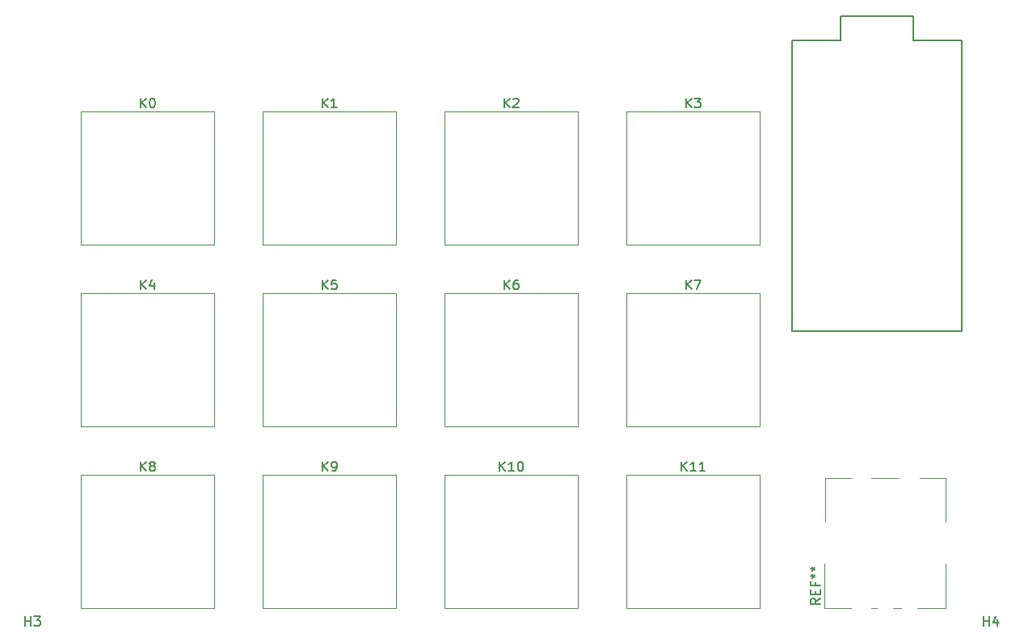
<source format=gbr>
G04 #@! TF.GenerationSoftware,KiCad,Pcbnew,7.0.10*
G04 #@! TF.CreationDate,2024-02-09T18:03:28-08:00*
G04 #@! TF.ProjectId,4x3,3478332e-6b69-4636-9164-5f7063625858,rev?*
G04 #@! TF.SameCoordinates,Original*
G04 #@! TF.FileFunction,Legend,Top*
G04 #@! TF.FilePolarity,Positive*
%FSLAX46Y46*%
G04 Gerber Fmt 4.6, Leading zero omitted, Abs format (unit mm)*
G04 Created by KiCad (PCBNEW 7.0.10) date 2024-02-09 18:03:28*
%MOMM*%
%LPD*%
G01*
G04 APERTURE LIST*
%ADD10C,0.150000*%
%ADD11C,0.120000*%
G04 APERTURE END LIST*
D10*
X233424819Y-157563333D02*
X232948628Y-157896666D01*
X233424819Y-158134761D02*
X232424819Y-158134761D01*
X232424819Y-158134761D02*
X232424819Y-157753809D01*
X232424819Y-157753809D02*
X232472438Y-157658571D01*
X232472438Y-157658571D02*
X232520057Y-157610952D01*
X232520057Y-157610952D02*
X232615295Y-157563333D01*
X232615295Y-157563333D02*
X232758152Y-157563333D01*
X232758152Y-157563333D02*
X232853390Y-157610952D01*
X232853390Y-157610952D02*
X232901009Y-157658571D01*
X232901009Y-157658571D02*
X232948628Y-157753809D01*
X232948628Y-157753809D02*
X232948628Y-158134761D01*
X232901009Y-157134761D02*
X232901009Y-156801428D01*
X233424819Y-156658571D02*
X233424819Y-157134761D01*
X233424819Y-157134761D02*
X232424819Y-157134761D01*
X232424819Y-157134761D02*
X232424819Y-156658571D01*
X232901009Y-155896666D02*
X232901009Y-156229999D01*
X233424819Y-156229999D02*
X232424819Y-156229999D01*
X232424819Y-156229999D02*
X232424819Y-155753809D01*
X232424819Y-155229999D02*
X232662914Y-155229999D01*
X232567676Y-155468094D02*
X232662914Y-155229999D01*
X232662914Y-155229999D02*
X232567676Y-154991904D01*
X232853390Y-155372856D02*
X232662914Y-155229999D01*
X232662914Y-155229999D02*
X232853390Y-155087142D01*
X232424819Y-154468094D02*
X232662914Y-154468094D01*
X232567676Y-154706189D02*
X232662914Y-154468094D01*
X232662914Y-154468094D02*
X232567676Y-154229999D01*
X232853390Y-154610951D02*
X232662914Y-154468094D01*
X232662914Y-154468094D02*
X232853390Y-154325237D01*
X162221905Y-144210819D02*
X162221905Y-143210819D01*
X162793333Y-144210819D02*
X162364762Y-143639390D01*
X162793333Y-143210819D02*
X162221905Y-143782247D01*
X163364762Y-143639390D02*
X163269524Y-143591771D01*
X163269524Y-143591771D02*
X163221905Y-143544152D01*
X163221905Y-143544152D02*
X163174286Y-143448914D01*
X163174286Y-143448914D02*
X163174286Y-143401295D01*
X163174286Y-143401295D02*
X163221905Y-143306057D01*
X163221905Y-143306057D02*
X163269524Y-143258438D01*
X163269524Y-143258438D02*
X163364762Y-143210819D01*
X163364762Y-143210819D02*
X163555238Y-143210819D01*
X163555238Y-143210819D02*
X163650476Y-143258438D01*
X163650476Y-143258438D02*
X163698095Y-143306057D01*
X163698095Y-143306057D02*
X163745714Y-143401295D01*
X163745714Y-143401295D02*
X163745714Y-143448914D01*
X163745714Y-143448914D02*
X163698095Y-143544152D01*
X163698095Y-143544152D02*
X163650476Y-143591771D01*
X163650476Y-143591771D02*
X163555238Y-143639390D01*
X163555238Y-143639390D02*
X163364762Y-143639390D01*
X163364762Y-143639390D02*
X163269524Y-143687009D01*
X163269524Y-143687009D02*
X163221905Y-143734628D01*
X163221905Y-143734628D02*
X163174286Y-143829866D01*
X163174286Y-143829866D02*
X163174286Y-144020342D01*
X163174286Y-144020342D02*
X163221905Y-144115580D01*
X163221905Y-144115580D02*
X163269524Y-144163200D01*
X163269524Y-144163200D02*
X163364762Y-144210819D01*
X163364762Y-144210819D02*
X163555238Y-144210819D01*
X163555238Y-144210819D02*
X163650476Y-144163200D01*
X163650476Y-144163200D02*
X163698095Y-144115580D01*
X163698095Y-144115580D02*
X163745714Y-144020342D01*
X163745714Y-144020342D02*
X163745714Y-143829866D01*
X163745714Y-143829866D02*
X163698095Y-143734628D01*
X163698095Y-143734628D02*
X163650476Y-143687009D01*
X163650476Y-143687009D02*
X163555238Y-143639390D01*
X250538095Y-160454819D02*
X250538095Y-159454819D01*
X250538095Y-159931009D02*
X251109523Y-159931009D01*
X251109523Y-160454819D02*
X251109523Y-159454819D01*
X252014285Y-159788152D02*
X252014285Y-160454819D01*
X251776190Y-159407200D02*
X251538095Y-160121485D01*
X251538095Y-160121485D02*
X252157142Y-160121485D01*
X150138095Y-160454819D02*
X150138095Y-159454819D01*
X150138095Y-159931009D02*
X150709523Y-159931009D01*
X150709523Y-160454819D02*
X150709523Y-159454819D01*
X151090476Y-159454819D02*
X151709523Y-159454819D01*
X151709523Y-159454819D02*
X151376190Y-159835771D01*
X151376190Y-159835771D02*
X151519047Y-159835771D01*
X151519047Y-159835771D02*
X151614285Y-159883390D01*
X151614285Y-159883390D02*
X151661904Y-159931009D01*
X151661904Y-159931009D02*
X151709523Y-160026247D01*
X151709523Y-160026247D02*
X151709523Y-160264342D01*
X151709523Y-160264342D02*
X151661904Y-160359580D01*
X151661904Y-160359580D02*
X151614285Y-160407200D01*
X151614285Y-160407200D02*
X151519047Y-160454819D01*
X151519047Y-160454819D02*
X151233333Y-160454819D01*
X151233333Y-160454819D02*
X151138095Y-160407200D01*
X151138095Y-160407200D02*
X151090476Y-160359580D01*
X162221905Y-106110819D02*
X162221905Y-105110819D01*
X162793333Y-106110819D02*
X162364762Y-105539390D01*
X162793333Y-105110819D02*
X162221905Y-105682247D01*
X163412381Y-105110819D02*
X163507619Y-105110819D01*
X163507619Y-105110819D02*
X163602857Y-105158438D01*
X163602857Y-105158438D02*
X163650476Y-105206057D01*
X163650476Y-105206057D02*
X163698095Y-105301295D01*
X163698095Y-105301295D02*
X163745714Y-105491771D01*
X163745714Y-105491771D02*
X163745714Y-105729866D01*
X163745714Y-105729866D02*
X163698095Y-105920342D01*
X163698095Y-105920342D02*
X163650476Y-106015580D01*
X163650476Y-106015580D02*
X163602857Y-106063200D01*
X163602857Y-106063200D02*
X163507619Y-106110819D01*
X163507619Y-106110819D02*
X163412381Y-106110819D01*
X163412381Y-106110819D02*
X163317143Y-106063200D01*
X163317143Y-106063200D02*
X163269524Y-106015580D01*
X163269524Y-106015580D02*
X163221905Y-105920342D01*
X163221905Y-105920342D02*
X163174286Y-105729866D01*
X163174286Y-105729866D02*
X163174286Y-105491771D01*
X163174286Y-105491771D02*
X163221905Y-105301295D01*
X163221905Y-105301295D02*
X163269524Y-105206057D01*
X163269524Y-105206057D02*
X163317143Y-105158438D01*
X163317143Y-105158438D02*
X163412381Y-105110819D01*
X219371905Y-125160819D02*
X219371905Y-124160819D01*
X219943333Y-125160819D02*
X219514762Y-124589390D01*
X219943333Y-124160819D02*
X219371905Y-124732247D01*
X220276667Y-124160819D02*
X220943333Y-124160819D01*
X220943333Y-124160819D02*
X220514762Y-125160819D01*
X219371905Y-106110819D02*
X219371905Y-105110819D01*
X219943333Y-106110819D02*
X219514762Y-105539390D01*
X219943333Y-105110819D02*
X219371905Y-105682247D01*
X220276667Y-105110819D02*
X220895714Y-105110819D01*
X220895714Y-105110819D02*
X220562381Y-105491771D01*
X220562381Y-105491771D02*
X220705238Y-105491771D01*
X220705238Y-105491771D02*
X220800476Y-105539390D01*
X220800476Y-105539390D02*
X220848095Y-105587009D01*
X220848095Y-105587009D02*
X220895714Y-105682247D01*
X220895714Y-105682247D02*
X220895714Y-105920342D01*
X220895714Y-105920342D02*
X220848095Y-106015580D01*
X220848095Y-106015580D02*
X220800476Y-106063200D01*
X220800476Y-106063200D02*
X220705238Y-106110819D01*
X220705238Y-106110819D02*
X220419524Y-106110819D01*
X220419524Y-106110819D02*
X220324286Y-106063200D01*
X220324286Y-106063200D02*
X220276667Y-106015580D01*
X181271905Y-125160819D02*
X181271905Y-124160819D01*
X181843333Y-125160819D02*
X181414762Y-124589390D01*
X181843333Y-124160819D02*
X181271905Y-124732247D01*
X182748095Y-124160819D02*
X182271905Y-124160819D01*
X182271905Y-124160819D02*
X182224286Y-124637009D01*
X182224286Y-124637009D02*
X182271905Y-124589390D01*
X182271905Y-124589390D02*
X182367143Y-124541771D01*
X182367143Y-124541771D02*
X182605238Y-124541771D01*
X182605238Y-124541771D02*
X182700476Y-124589390D01*
X182700476Y-124589390D02*
X182748095Y-124637009D01*
X182748095Y-124637009D02*
X182795714Y-124732247D01*
X182795714Y-124732247D02*
X182795714Y-124970342D01*
X182795714Y-124970342D02*
X182748095Y-125065580D01*
X182748095Y-125065580D02*
X182700476Y-125113200D01*
X182700476Y-125113200D02*
X182605238Y-125160819D01*
X182605238Y-125160819D02*
X182367143Y-125160819D01*
X182367143Y-125160819D02*
X182271905Y-125113200D01*
X182271905Y-125113200D02*
X182224286Y-125065580D01*
X200321905Y-106110819D02*
X200321905Y-105110819D01*
X200893333Y-106110819D02*
X200464762Y-105539390D01*
X200893333Y-105110819D02*
X200321905Y-105682247D01*
X201274286Y-105206057D02*
X201321905Y-105158438D01*
X201321905Y-105158438D02*
X201417143Y-105110819D01*
X201417143Y-105110819D02*
X201655238Y-105110819D01*
X201655238Y-105110819D02*
X201750476Y-105158438D01*
X201750476Y-105158438D02*
X201798095Y-105206057D01*
X201798095Y-105206057D02*
X201845714Y-105301295D01*
X201845714Y-105301295D02*
X201845714Y-105396533D01*
X201845714Y-105396533D02*
X201798095Y-105539390D01*
X201798095Y-105539390D02*
X201226667Y-106110819D01*
X201226667Y-106110819D02*
X201845714Y-106110819D01*
X218895714Y-144210819D02*
X218895714Y-143210819D01*
X219467142Y-144210819D02*
X219038571Y-143639390D01*
X219467142Y-143210819D02*
X218895714Y-143782247D01*
X220419523Y-144210819D02*
X219848095Y-144210819D01*
X220133809Y-144210819D02*
X220133809Y-143210819D01*
X220133809Y-143210819D02*
X220038571Y-143353676D01*
X220038571Y-143353676D02*
X219943333Y-143448914D01*
X219943333Y-143448914D02*
X219848095Y-143496533D01*
X221371904Y-144210819D02*
X220800476Y-144210819D01*
X221086190Y-144210819D02*
X221086190Y-143210819D01*
X221086190Y-143210819D02*
X220990952Y-143353676D01*
X220990952Y-143353676D02*
X220895714Y-143448914D01*
X220895714Y-143448914D02*
X220800476Y-143496533D01*
X181271905Y-144210819D02*
X181271905Y-143210819D01*
X181843333Y-144210819D02*
X181414762Y-143639390D01*
X181843333Y-143210819D02*
X181271905Y-143782247D01*
X182319524Y-144210819D02*
X182510000Y-144210819D01*
X182510000Y-144210819D02*
X182605238Y-144163200D01*
X182605238Y-144163200D02*
X182652857Y-144115580D01*
X182652857Y-144115580D02*
X182748095Y-143972723D01*
X182748095Y-143972723D02*
X182795714Y-143782247D01*
X182795714Y-143782247D02*
X182795714Y-143401295D01*
X182795714Y-143401295D02*
X182748095Y-143306057D01*
X182748095Y-143306057D02*
X182700476Y-143258438D01*
X182700476Y-143258438D02*
X182605238Y-143210819D01*
X182605238Y-143210819D02*
X182414762Y-143210819D01*
X182414762Y-143210819D02*
X182319524Y-143258438D01*
X182319524Y-143258438D02*
X182271905Y-143306057D01*
X182271905Y-143306057D02*
X182224286Y-143401295D01*
X182224286Y-143401295D02*
X182224286Y-143639390D01*
X182224286Y-143639390D02*
X182271905Y-143734628D01*
X182271905Y-143734628D02*
X182319524Y-143782247D01*
X182319524Y-143782247D02*
X182414762Y-143829866D01*
X182414762Y-143829866D02*
X182605238Y-143829866D01*
X182605238Y-143829866D02*
X182700476Y-143782247D01*
X182700476Y-143782247D02*
X182748095Y-143734628D01*
X182748095Y-143734628D02*
X182795714Y-143639390D01*
X200321905Y-125160819D02*
X200321905Y-124160819D01*
X200893333Y-125160819D02*
X200464762Y-124589390D01*
X200893333Y-124160819D02*
X200321905Y-124732247D01*
X201750476Y-124160819D02*
X201560000Y-124160819D01*
X201560000Y-124160819D02*
X201464762Y-124208438D01*
X201464762Y-124208438D02*
X201417143Y-124256057D01*
X201417143Y-124256057D02*
X201321905Y-124398914D01*
X201321905Y-124398914D02*
X201274286Y-124589390D01*
X201274286Y-124589390D02*
X201274286Y-124970342D01*
X201274286Y-124970342D02*
X201321905Y-125065580D01*
X201321905Y-125065580D02*
X201369524Y-125113200D01*
X201369524Y-125113200D02*
X201464762Y-125160819D01*
X201464762Y-125160819D02*
X201655238Y-125160819D01*
X201655238Y-125160819D02*
X201750476Y-125113200D01*
X201750476Y-125113200D02*
X201798095Y-125065580D01*
X201798095Y-125065580D02*
X201845714Y-124970342D01*
X201845714Y-124970342D02*
X201845714Y-124732247D01*
X201845714Y-124732247D02*
X201798095Y-124637009D01*
X201798095Y-124637009D02*
X201750476Y-124589390D01*
X201750476Y-124589390D02*
X201655238Y-124541771D01*
X201655238Y-124541771D02*
X201464762Y-124541771D01*
X201464762Y-124541771D02*
X201369524Y-124589390D01*
X201369524Y-124589390D02*
X201321905Y-124637009D01*
X201321905Y-124637009D02*
X201274286Y-124732247D01*
X199845714Y-144210819D02*
X199845714Y-143210819D01*
X200417142Y-144210819D02*
X199988571Y-143639390D01*
X200417142Y-143210819D02*
X199845714Y-143782247D01*
X201369523Y-144210819D02*
X200798095Y-144210819D01*
X201083809Y-144210819D02*
X201083809Y-143210819D01*
X201083809Y-143210819D02*
X200988571Y-143353676D01*
X200988571Y-143353676D02*
X200893333Y-143448914D01*
X200893333Y-143448914D02*
X200798095Y-143496533D01*
X201988571Y-143210819D02*
X202083809Y-143210819D01*
X202083809Y-143210819D02*
X202179047Y-143258438D01*
X202179047Y-143258438D02*
X202226666Y-143306057D01*
X202226666Y-143306057D02*
X202274285Y-143401295D01*
X202274285Y-143401295D02*
X202321904Y-143591771D01*
X202321904Y-143591771D02*
X202321904Y-143829866D01*
X202321904Y-143829866D02*
X202274285Y-144020342D01*
X202274285Y-144020342D02*
X202226666Y-144115580D01*
X202226666Y-144115580D02*
X202179047Y-144163200D01*
X202179047Y-144163200D02*
X202083809Y-144210819D01*
X202083809Y-144210819D02*
X201988571Y-144210819D01*
X201988571Y-144210819D02*
X201893333Y-144163200D01*
X201893333Y-144163200D02*
X201845714Y-144115580D01*
X201845714Y-144115580D02*
X201798095Y-144020342D01*
X201798095Y-144020342D02*
X201750476Y-143829866D01*
X201750476Y-143829866D02*
X201750476Y-143591771D01*
X201750476Y-143591771D02*
X201798095Y-143401295D01*
X201798095Y-143401295D02*
X201845714Y-143306057D01*
X201845714Y-143306057D02*
X201893333Y-143258438D01*
X201893333Y-143258438D02*
X201988571Y-143210819D01*
X162221905Y-125160819D02*
X162221905Y-124160819D01*
X162793333Y-125160819D02*
X162364762Y-124589390D01*
X162793333Y-124160819D02*
X162221905Y-124732247D01*
X163650476Y-124494152D02*
X163650476Y-125160819D01*
X163412381Y-124113200D02*
X163174286Y-124827485D01*
X163174286Y-124827485D02*
X163793333Y-124827485D01*
X181271905Y-106110819D02*
X181271905Y-105110819D01*
X181843333Y-106110819D02*
X181414762Y-105539390D01*
X181843333Y-105110819D02*
X181271905Y-105682247D01*
X182795714Y-106110819D02*
X182224286Y-106110819D01*
X182510000Y-106110819D02*
X182510000Y-105110819D01*
X182510000Y-105110819D02*
X182414762Y-105253676D01*
X182414762Y-105253676D02*
X182319524Y-105348914D01*
X182319524Y-105348914D02*
X182224286Y-105396533D01*
D11*
X246530000Y-144920000D02*
X246530000Y-149530000D01*
X243820000Y-144920000D02*
X246530000Y-144920000D01*
X238820000Y-144920000D02*
X241620000Y-144920000D01*
X233920000Y-144920000D02*
X236620000Y-144920000D01*
X233920000Y-149530000D02*
X233920000Y-144920000D01*
X246530000Y-153930000D02*
X246530000Y-158540000D01*
X243570000Y-158540000D02*
X246530000Y-158540000D01*
X241070000Y-158540000D02*
X241870000Y-158540000D01*
X238770000Y-158540000D02*
X239370000Y-158540000D01*
X236670000Y-158540000D02*
X233910000Y-158540000D01*
X233910000Y-158540000D02*
X233910000Y-153930000D01*
D10*
X248290000Y-129540000D02*
X230510000Y-129540000D01*
X248290000Y-99060000D02*
X248290000Y-129540000D01*
X243210000Y-99060000D02*
X248290000Y-99060000D01*
X243210000Y-96520000D02*
X243210000Y-99060000D01*
X235590000Y-96520000D02*
X243210000Y-96520000D01*
X235590000Y-99060000D02*
X235590000Y-96520000D01*
X230510000Y-99060000D02*
X235590000Y-99060000D01*
X230510000Y-99060000D02*
X230510000Y-129540000D01*
D11*
X155975000Y-144645000D02*
X169945000Y-144645000D01*
X155975000Y-158615000D02*
X155975000Y-144645000D01*
X169945000Y-144645000D02*
X169945000Y-158615000D01*
X169945000Y-158615000D02*
X155975000Y-158615000D01*
X155975000Y-106545000D02*
X169945000Y-106545000D01*
X155975000Y-120515000D02*
X155975000Y-106545000D01*
X169945000Y-106545000D02*
X169945000Y-120515000D01*
X169945000Y-120515000D02*
X155975000Y-120515000D01*
X213125000Y-125595000D02*
X227095000Y-125595000D01*
X213125000Y-139565000D02*
X213125000Y-125595000D01*
X227095000Y-125595000D02*
X227095000Y-139565000D01*
X227095000Y-139565000D02*
X213125000Y-139565000D01*
X213125000Y-106545000D02*
X227095000Y-106545000D01*
X213125000Y-120515000D02*
X213125000Y-106545000D01*
X227095000Y-106545000D02*
X227095000Y-120515000D01*
X227095000Y-120515000D02*
X213125000Y-120515000D01*
X175025000Y-125595000D02*
X188995000Y-125595000D01*
X175025000Y-139565000D02*
X175025000Y-125595000D01*
X188995000Y-125595000D02*
X188995000Y-139565000D01*
X188995000Y-139565000D02*
X175025000Y-139565000D01*
X194075000Y-106545000D02*
X208045000Y-106545000D01*
X194075000Y-120515000D02*
X194075000Y-106545000D01*
X208045000Y-106545000D02*
X208045000Y-120515000D01*
X208045000Y-120515000D02*
X194075000Y-120515000D01*
X213125000Y-144645000D02*
X227095000Y-144645000D01*
X213125000Y-158615000D02*
X213125000Y-144645000D01*
X227095000Y-144645000D02*
X227095000Y-158615000D01*
X227095000Y-158615000D02*
X213125000Y-158615000D01*
X175025000Y-144645000D02*
X188995000Y-144645000D01*
X175025000Y-158615000D02*
X175025000Y-144645000D01*
X188995000Y-144645000D02*
X188995000Y-158615000D01*
X188995000Y-158615000D02*
X175025000Y-158615000D01*
X194075000Y-125595000D02*
X208045000Y-125595000D01*
X194075000Y-139565000D02*
X194075000Y-125595000D01*
X208045000Y-125595000D02*
X208045000Y-139565000D01*
X208045000Y-139565000D02*
X194075000Y-139565000D01*
X194075000Y-144645000D02*
X208045000Y-144645000D01*
X194075000Y-158615000D02*
X194075000Y-144645000D01*
X208045000Y-144645000D02*
X208045000Y-158615000D01*
X208045000Y-158615000D02*
X194075000Y-158615000D01*
X155975000Y-125595000D02*
X169945000Y-125595000D01*
X155975000Y-139565000D02*
X155975000Y-125595000D01*
X169945000Y-125595000D02*
X169945000Y-139565000D01*
X169945000Y-139565000D02*
X155975000Y-139565000D01*
X175025000Y-106545000D02*
X188995000Y-106545000D01*
X175025000Y-120515000D02*
X175025000Y-106545000D01*
X188995000Y-106545000D02*
X188995000Y-120515000D01*
X188995000Y-120515000D02*
X175025000Y-120515000D01*
M02*

</source>
